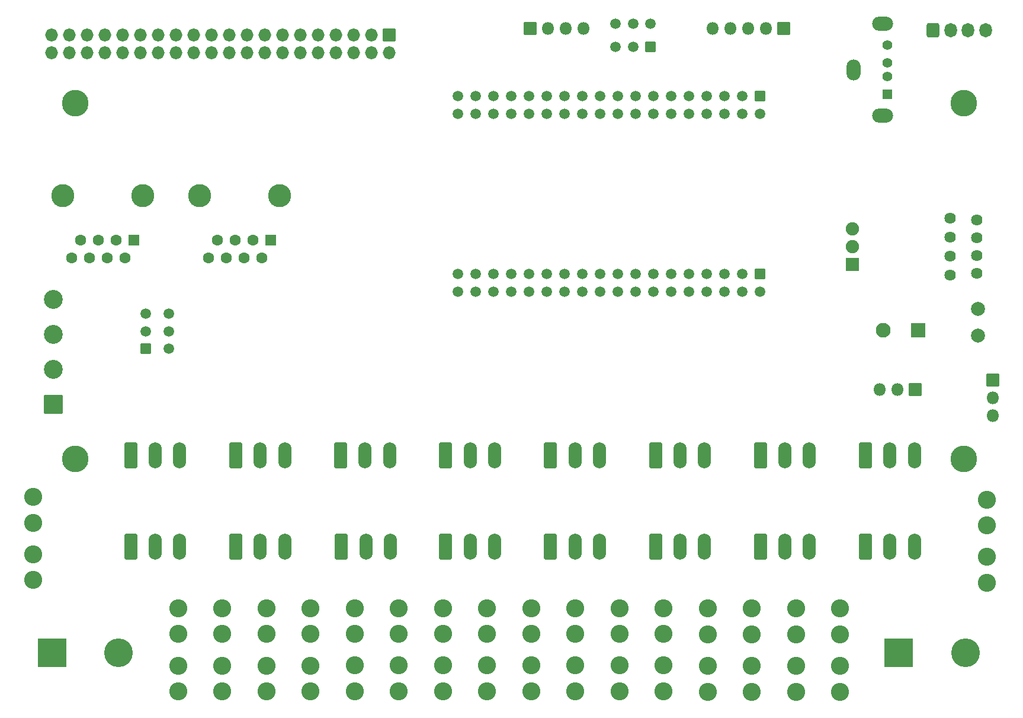
<source format=gbr>
%TF.GenerationSoftware,KiCad,Pcbnew,(6.0.7)*%
%TF.CreationDate,2022-08-24T10:01:36-04:00*%
%TF.ProjectId,PB_16,50425f31-362e-46b6-9963-61645f706362,v2.2*%
%TF.SameCoordinates,Original*%
%TF.FileFunction,Soldermask,Bot*%
%TF.FilePolarity,Negative*%
%FSLAX46Y46*%
G04 Gerber Fmt 4.6, Leading zero omitted, Abs format (unit mm)*
G04 Created by KiCad (PCBNEW (6.0.7)) date 2022-08-24 10:01:36*
%MOMM*%
%LPD*%
G01*
G04 APERTURE LIST*
G04 Aperture macros list*
%AMRoundRect*
0 Rectangle with rounded corners*
0 $1 Rounding radius*
0 $2 $3 $4 $5 $6 $7 $8 $9 X,Y pos of 4 corners*
0 Add a 4 corners polygon primitive as box body*
4,1,4,$2,$3,$4,$5,$6,$7,$8,$9,$2,$3,0*
0 Add four circle primitives for the rounded corners*
1,1,$1+$1,$2,$3*
1,1,$1+$1,$4,$5*
1,1,$1+$1,$6,$7*
1,1,$1+$1,$8,$9*
0 Add four rect primitives between the rounded corners*
20,1,$1+$1,$2,$3,$4,$5,0*
20,1,$1+$1,$4,$5,$6,$7,0*
20,1,$1+$1,$6,$7,$8,$9,0*
20,1,$1+$1,$8,$9,$2,$3,0*%
G04 Aperture macros list end*
%ADD10C,2.577000*%
%ADD11RoundRect,0.301000X-0.650000X-1.550000X0.650000X-1.550000X0.650000X1.550000X-0.650000X1.550000X0*%
%ADD12O,1.902000X3.702000*%
%ADD13C,3.802000*%
%ADD14RoundRect,0.051000X-0.850000X0.850000X-0.850000X-0.850000X0.850000X-0.850000X0.850000X0.850000X0*%
%ADD15O,1.802000X1.802000*%
%ADD16RoundRect,0.051000X-0.850000X-0.850000X0.850000X-0.850000X0.850000X0.850000X-0.850000X0.850000X0*%
%ADD17RoundRect,0.051000X0.650000X-0.650000X0.650000X0.650000X-0.650000X0.650000X-0.650000X-0.650000X0*%
%ADD18C,1.402000*%
%ADD19O,2.002000X3.002000*%
%ADD20O,3.002000X2.002000*%
%ADD21RoundRect,0.051000X1.000000X1.000000X-1.000000X1.000000X-1.000000X-1.000000X1.000000X-1.000000X0*%
%ADD22C,2.102000*%
%ADD23RoundRect,0.051000X-0.900000X0.900000X-0.900000X-0.900000X0.900000X-0.900000X0.900000X0.900000X0*%
%ADD24C,1.902000*%
%ADD25C,1.626000*%
%ADD26RoundRect,0.051000X1.300000X-1.300000X1.300000X1.300000X-1.300000X1.300000X-1.300000X-1.300000X0*%
%ADD27C,2.702000*%
%ADD28RoundRect,0.051000X-0.704000X0.704000X-0.704000X-0.704000X0.704000X-0.704000X0.704000X0.704000X0*%
%ADD29C,1.510000*%
%ADD30RoundRect,0.051000X-0.863600X0.863600X-0.863600X-0.863600X0.863600X-0.863600X0.863600X0.863600X0*%
%ADD31O,1.829200X1.829200*%
%ADD32RoundRect,0.051000X0.850000X-0.850000X0.850000X0.850000X-0.850000X0.850000X-0.850000X-0.850000X0*%
%ADD33RoundRect,0.051000X0.700000X0.700000X-0.700000X0.700000X-0.700000X-0.700000X0.700000X-0.700000X0*%
%ADD34C,1.502000*%
%ADD35C,3.302000*%
%ADD36RoundRect,0.051000X0.750000X0.750000X-0.750000X0.750000X-0.750000X-0.750000X0.750000X-0.750000X0*%
%ADD37C,1.602000*%
%ADD38RoundRect,0.051000X-2.000000X-2.000000X2.000000X-2.000000X2.000000X2.000000X-2.000000X2.000000X0*%
%ADD39C,4.102000*%
%ADD40C,2.006000*%
%ADD41RoundRect,0.051000X0.700000X-0.700000X0.700000X0.700000X-0.700000X0.700000X-0.700000X-0.700000X0*%
%ADD42RoundRect,0.301000X-0.600000X-0.725000X0.600000X-0.725000X0.600000X0.725000X-0.600000X0.725000X0*%
%ADD43O,1.802000X2.052000*%
G04 APERTURE END LIST*
D10*
%TO.C,F17*%
X-125938400Y-4799100D03*
X-125938400Y-1099100D03*
X-125938400Y3400900D03*
X-125938400Y7100900D03*
%TD*%
D11*
%TO.C,J2*%
X-112017200Y3500D03*
D12*
X-108517200Y3500D03*
X-105017200Y3500D03*
%TD*%
D11*
%TO.C,J5*%
X-82017200Y13003500D03*
D12*
X-78517200Y13003500D03*
X-75017200Y13003500D03*
%TD*%
D11*
%TO.C,J6*%
X-81902858Y3500D03*
D12*
X-78402858Y3500D03*
X-74902858Y3500D03*
%TD*%
D11*
%TO.C,J7*%
X-67017200Y13003500D03*
D12*
X-63517200Y13003500D03*
X-60017200Y13003500D03*
%TD*%
D11*
%TO.C,J8*%
X-67017200Y3500D03*
D12*
X-63517200Y3500D03*
X-60017200Y3500D03*
%TD*%
D11*
%TO.C,J9*%
X-52017200Y13003500D03*
D12*
X-48517200Y13003500D03*
X-45017200Y13003500D03*
%TD*%
D11*
%TO.C,J10*%
X-52017200Y3500D03*
D12*
X-48517200Y3500D03*
X-45017200Y3500D03*
%TD*%
D11*
%TO.C,J11*%
X-37017200Y13003500D03*
D12*
X-33517200Y13003500D03*
X-30017200Y13003500D03*
%TD*%
D11*
%TO.C,J12*%
X-37017200Y3500D03*
D12*
X-33517200Y3500D03*
X-30017200Y3500D03*
%TD*%
D11*
%TO.C,J13*%
X-22017200Y13003500D03*
D12*
X-18517200Y13003500D03*
X-15017200Y13003500D03*
%TD*%
D11*
%TO.C,J14*%
X-22017200Y3500D03*
D12*
X-18517200Y3500D03*
X-15017200Y3500D03*
%TD*%
D11*
%TO.C,J15*%
X-7017200Y13003500D03*
D12*
X-3517200Y13003500D03*
X-17200Y13003500D03*
%TD*%
D11*
%TO.C,J16*%
X-7017200Y3500D03*
D12*
X-3517200Y3500D03*
X-17200Y3500D03*
%TD*%
D10*
%TO.C,F1*%
X-105238400Y-20699100D03*
X-105238400Y-16999100D03*
X-105238400Y-12499100D03*
X-105238400Y-8799100D03*
%TD*%
%TO.C,F7*%
X-67398404Y-20695100D03*
X-67398404Y-16995100D03*
X-67398404Y-12495100D03*
X-67398404Y-8795100D03*
%TD*%
D13*
%TO.C,REF\u002A\u002A*%
X7010400Y12484900D03*
%TD*%
D10*
%TO.C,F2*%
X-98931734Y-20699100D03*
X-98931734Y-16999100D03*
X-98931734Y-12499100D03*
X-98931734Y-8799100D03*
%TD*%
%TO.C,F6*%
X-73705070Y-20695100D03*
X-73705070Y-16995100D03*
X-73705070Y-12495100D03*
X-73705070Y-8795100D03*
%TD*%
%TO.C,F8*%
X-61091738Y-20695100D03*
X-61091738Y-16995100D03*
X-61091738Y-12495100D03*
X-61091738Y-8795100D03*
%TD*%
%TO.C,F9*%
X-54785072Y-20695100D03*
X-54785072Y-16995100D03*
X-54785072Y-12495100D03*
X-54785072Y-8795100D03*
%TD*%
%TO.C,F10*%
X-48478406Y-20695100D03*
X-48478406Y-16995100D03*
X-48478406Y-12495100D03*
X-48478406Y-8795100D03*
%TD*%
%TO.C,F5*%
X-80011736Y-20695100D03*
X-80011736Y-16995100D03*
X-80011736Y-12495100D03*
X-80011736Y-8795100D03*
%TD*%
%TO.C,F3*%
X-92625068Y-20700100D03*
X-92625068Y-17000100D03*
X-92625068Y-12500100D03*
X-92625068Y-8800100D03*
%TD*%
%TO.C,F11*%
X-42171740Y-20695100D03*
X-42171740Y-16995100D03*
X-42171740Y-12495100D03*
X-42171740Y-8795100D03*
%TD*%
%TO.C,F4*%
X-86318402Y-20700100D03*
X-86318402Y-17000100D03*
X-86318402Y-12500100D03*
X-86318402Y-8800100D03*
%TD*%
D11*
%TO.C,J1*%
X-112017200Y13003500D03*
D12*
X-108517200Y13003500D03*
X-105017200Y13003500D03*
%TD*%
D11*
%TO.C,J3*%
X-97017200Y13003500D03*
D12*
X-93517200Y13003500D03*
X-90017200Y13003500D03*
%TD*%
D11*
%TO.C,J4*%
X-97017200Y3500D03*
D12*
X-93517200Y3500D03*
X-90017200Y3500D03*
%TD*%
D10*
%TO.C,F12*%
X-35865074Y-20691300D03*
X-35865074Y-16991300D03*
X-35865074Y-12491300D03*
X-35865074Y-8791300D03*
%TD*%
D13*
%TO.C,REF\u002A\u002A*%
X-119989600Y63284900D03*
%TD*%
%TO.C,REF\u002A\u002A*%
X7010400Y63284900D03*
%TD*%
%TO.C,REF\u002A\u002A*%
X-119989600Y12484900D03*
%TD*%
D14*
%TO.C,J23*%
X61600Y22400900D03*
D15*
X-2478400Y22400900D03*
X-5018400Y22400900D03*
%TD*%
D10*
%TO.C,F18*%
X10308800Y-5199100D03*
X10308800Y-1499100D03*
X10308800Y3000900D03*
X10308800Y6700900D03*
%TD*%
D16*
%TO.C,J29*%
X11161600Y23790500D03*
D15*
X11161600Y21250500D03*
X11161600Y18710500D03*
%TD*%
D17*
%TO.C,J19*%
X-3914600Y64582780D03*
D18*
X-3914600Y67082780D03*
X-3914600Y69082780D03*
X-3914600Y71582780D03*
D19*
X-8694600Y68082780D03*
D20*
X-4514600Y61512780D03*
X-4514600Y74652780D03*
%TD*%
D21*
%TO.C,C1*%
X561600Y30867700D03*
D22*
X-4438400Y30867700D03*
%TD*%
D23*
%TO.C,U1*%
X-8860400Y40285900D03*
D24*
X-8860400Y42825900D03*
X-8860400Y45365900D03*
D25*
X8919600Y46635900D03*
X8919600Y44095900D03*
X8919600Y41555900D03*
X8919600Y39015900D03*
X5109600Y46867840D03*
X5109600Y44172900D03*
X5109600Y41478900D03*
X5109600Y38783960D03*
%TD*%
D26*
%TO.C,J22*%
X-123088400Y20300900D03*
D27*
X-123088400Y25300900D03*
X-123088400Y30300900D03*
X-123088400Y35300900D03*
%TD*%
D28*
%TO.C,U3*%
X-22116840Y64328900D03*
D29*
X-22116840Y61788900D03*
X-24656840Y64328900D03*
X-24656840Y61788900D03*
X-27196840Y64328900D03*
X-27196840Y61788900D03*
X-29736840Y64328900D03*
X-29736840Y61788900D03*
X-32276840Y64328900D03*
X-32276840Y61788900D03*
X-34816840Y64328900D03*
X-34816840Y61788900D03*
X-37356840Y64328900D03*
X-37356840Y61788900D03*
X-39896840Y64328900D03*
X-39896840Y61788900D03*
X-42436840Y64328900D03*
X-42436840Y61788900D03*
X-44976840Y64328900D03*
X-44976840Y61788900D03*
X-47516840Y64328900D03*
X-47516840Y61788900D03*
X-50056840Y64328900D03*
X-50056840Y61788900D03*
X-52596840Y64328900D03*
X-52596840Y61788900D03*
X-55136840Y64328900D03*
X-55136840Y61788900D03*
X-57676840Y64328900D03*
X-57676840Y61788900D03*
X-60216840Y64328900D03*
X-60216840Y61788900D03*
X-62756840Y64328900D03*
X-62756840Y61788900D03*
X-65296840Y64328900D03*
X-65296840Y61788900D03*
D28*
X-22116840Y38928900D03*
D29*
X-22116840Y36388900D03*
X-24656840Y38928900D03*
X-24656840Y36388900D03*
X-27196840Y38928900D03*
X-27196840Y36388900D03*
X-29736840Y38928900D03*
X-29736840Y36388900D03*
X-32276840Y38928900D03*
X-32276840Y36388900D03*
X-34816840Y38928900D03*
X-34816840Y36388900D03*
X-37356840Y38928900D03*
X-37356840Y36388900D03*
X-39896840Y38928900D03*
X-39896840Y36388900D03*
X-42436840Y38928900D03*
X-42436840Y36388900D03*
X-44976840Y38928900D03*
X-44976840Y36388900D03*
X-47516840Y38928900D03*
X-47516840Y36388900D03*
X-50056840Y38928900D03*
X-50056840Y36388900D03*
X-52596840Y38928900D03*
X-52596840Y36388900D03*
X-55136840Y38928900D03*
X-55136840Y36388900D03*
X-57676840Y38928900D03*
X-57676840Y36388900D03*
X-60216840Y38928900D03*
X-60216840Y36388900D03*
X-62756840Y38928900D03*
X-62756840Y36388900D03*
X-65296840Y38928900D03*
X-65296840Y36388900D03*
%TD*%
D30*
%TO.C,J24*%
X-75077280Y73057940D03*
D31*
X-75077280Y70517940D03*
X-77617280Y73057940D03*
X-77617280Y70517940D03*
X-80157280Y73057940D03*
X-80157280Y70517940D03*
X-82697280Y73057940D03*
X-82697280Y70517940D03*
X-85237280Y73057940D03*
X-85237280Y70517940D03*
X-87777280Y73057940D03*
X-87777280Y70517940D03*
X-90317280Y73057940D03*
X-90317280Y70517940D03*
X-92857280Y73057940D03*
X-92857280Y70517940D03*
X-95397280Y73057940D03*
X-95397280Y70517940D03*
X-97937280Y73057940D03*
X-97937280Y70517940D03*
X-100477280Y73057940D03*
X-100477280Y70517940D03*
X-103017280Y73057940D03*
X-103017280Y70517940D03*
X-105557280Y73057940D03*
X-105557280Y70517940D03*
X-108097280Y73057940D03*
X-108097280Y70517940D03*
X-110637280Y73057940D03*
X-110637280Y70517940D03*
X-113177280Y73057940D03*
X-113177280Y70517940D03*
X-115717280Y73057940D03*
X-115717280Y70517940D03*
X-118257280Y73057940D03*
X-118257280Y70517940D03*
X-120797280Y73057940D03*
X-120797280Y70517940D03*
X-123337280Y73057940D03*
X-123337280Y70517940D03*
%TD*%
D14*
%TO.C,J25*%
X-18729520Y73977660D03*
D15*
X-21269520Y73977660D03*
X-23809520Y73977660D03*
X-26349520Y73977660D03*
X-28889520Y73977660D03*
%TD*%
D32*
%TO.C,J26*%
X-54919520Y73977660D03*
D15*
X-52379520Y73977660D03*
X-49839520Y73977660D03*
X-47299520Y73977660D03*
%TD*%
D33*
%TO.C,SW3*%
X-37718400Y71330900D03*
D34*
X-40218400Y71330900D03*
X-42718400Y71330900D03*
X-37718400Y74630900D03*
X-40218400Y74630900D03*
X-42718400Y74630900D03*
%TD*%
D35*
%TO.C,J20*%
X-121720400Y50109980D03*
X-110290400Y50109980D03*
D36*
X-111560400Y43759980D03*
D37*
X-112830400Y41219980D03*
X-114100400Y43759980D03*
X-115370400Y41219980D03*
X-116640400Y43759980D03*
X-117910400Y41219980D03*
X-119180400Y43759980D03*
X-120450400Y41219980D03*
%TD*%
D35*
%TO.C,J21*%
X-90752800Y50109980D03*
X-102182800Y50109980D03*
D36*
X-92022800Y43759980D03*
D37*
X-93292800Y41219980D03*
X-94562800Y43759980D03*
X-95832800Y41219980D03*
X-97102800Y43759980D03*
X-98372800Y41219980D03*
X-99642800Y43759980D03*
X-100912800Y41219980D03*
%TD*%
D38*
%TO.C,J18*%
X-2238400Y-15149100D03*
D39*
X7261600Y-15149100D03*
%TD*%
D10*
%TO.C,F13*%
X-29558408Y-20760100D03*
X-29558408Y-17060100D03*
X-29558408Y-12560100D03*
X-29558408Y-8860100D03*
%TD*%
%TO.C,F14*%
X-23251742Y-20760100D03*
X-23251742Y-17060100D03*
X-23251742Y-12560100D03*
X-23251742Y-8860100D03*
%TD*%
%TO.C,F15*%
X-16945076Y-20760100D03*
X-16945076Y-17060100D03*
X-16945076Y-12560100D03*
X-16945076Y-8860100D03*
%TD*%
%TO.C,F16*%
X-10638400Y-20760100D03*
X-10638400Y-17060100D03*
X-10638400Y-12560100D03*
X-10638400Y-8860100D03*
%TD*%
D38*
%TO.C,J17*%
X-123238400Y-15149100D03*
D39*
X-113738400Y-15149100D03*
%TD*%
D40*
%TO.C,J28*%
X9112059Y30145340D03*
X9112059Y33955340D03*
%TD*%
D41*
%TO.C,SW4*%
X-109868400Y28240900D03*
D34*
X-109868400Y30740900D03*
X-109868400Y33240900D03*
X-106568400Y28240900D03*
X-106568400Y30740900D03*
X-106568400Y33240900D03*
%TD*%
D42*
%TO.C,J27*%
X2643080Y73742140D03*
D43*
X5143080Y73742140D03*
X7643080Y73742140D03*
X10143080Y73742140D03*
%TD*%
M02*

</source>
